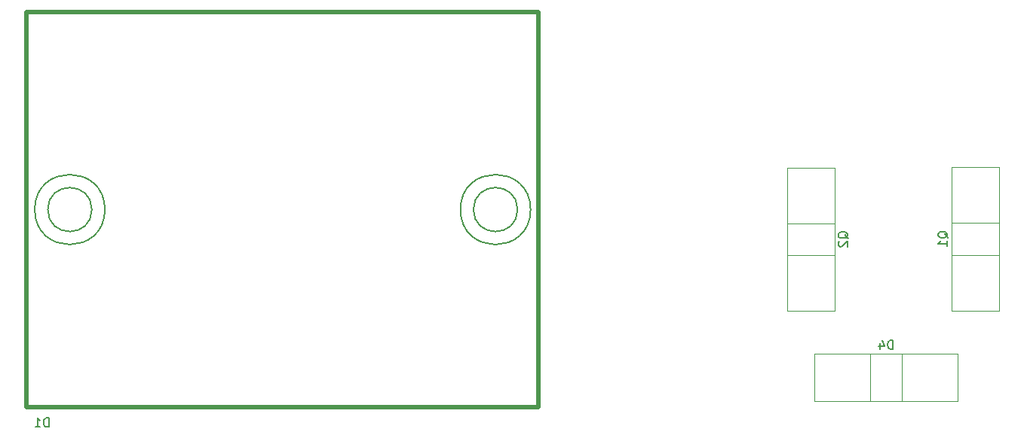
<source format=gbo>
G04 #@! TF.FileFunction,Legend,Bot*
%FSLAX46Y46*%
G04 Gerber Fmt 4.6, Leading zero omitted, Abs format (unit mm)*
G04 Created by KiCad (PCBNEW 4.0.7) date 06/29/18 00:02:58*
%MOMM*%
%LPD*%
G01*
G04 APERTURE LIST*
%ADD10C,0.100000*%
%ADD11C,0.120000*%
%ADD12C,0.150000*%
%ADD13C,0.500000*%
G04 APERTURE END LIST*
D10*
D11*
X243149000Y-107830000D02*
X243149000Y-123970000D01*
X248420000Y-107830000D02*
X248420000Y-123970000D01*
X243149000Y-107830000D02*
X248420000Y-107830000D01*
X243149000Y-123970000D02*
X248420000Y-123970000D01*
X243149000Y-114096000D02*
X248420000Y-114096000D01*
X243149000Y-117705000D02*
X248420000Y-117705000D01*
X229951000Y-124020000D02*
X229951000Y-107880000D01*
X224680000Y-124020000D02*
X224680000Y-107880000D01*
X229951000Y-124020000D02*
X224680000Y-124020000D01*
X229951000Y-107880000D02*
X224680000Y-107880000D01*
X229951000Y-117754000D02*
X224680000Y-117754000D01*
X229951000Y-114145000D02*
X224680000Y-114145000D01*
D12*
X148040812Y-112600000D02*
G75*
G03X148040812Y-112600000I-3940812J0D01*
G01*
X146575884Y-112600000D02*
G75*
G03X146575884Y-112600000I-2475884J0D01*
G01*
D13*
X196750000Y-134800000D02*
X139250000Y-134800000D01*
X196750000Y-134800000D02*
X196750000Y-90400000D01*
X139250000Y-134800000D02*
X139250000Y-90400000D01*
X196750000Y-90400000D02*
X139250000Y-90400000D01*
D12*
X194375884Y-112600000D02*
G75*
G03X194375884Y-112600000I-2475884J0D01*
G01*
X195840812Y-112600000D02*
G75*
G03X195840812Y-112600000I-3940812J0D01*
G01*
D11*
X243820000Y-128849000D02*
X227680000Y-128849000D01*
X243820000Y-134120000D02*
X227680000Y-134120000D01*
X243820000Y-128849000D02*
X243820000Y-134120000D01*
X227680000Y-128849000D02*
X227680000Y-134120000D01*
X237554000Y-128849000D02*
X237554000Y-134120000D01*
X233945000Y-128849000D02*
X233945000Y-134120000D01*
D12*
X242697619Y-115804762D02*
X242650000Y-115709524D01*
X242554762Y-115614286D01*
X242411905Y-115471429D01*
X242364286Y-115376190D01*
X242364286Y-115280952D01*
X242602381Y-115328571D02*
X242554762Y-115233333D01*
X242459524Y-115138095D01*
X242269048Y-115090476D01*
X241935714Y-115090476D01*
X241745238Y-115138095D01*
X241650000Y-115233333D01*
X241602381Y-115328571D01*
X241602381Y-115519048D01*
X241650000Y-115614286D01*
X241745238Y-115709524D01*
X241935714Y-115757143D01*
X242269048Y-115757143D01*
X242459524Y-115709524D01*
X242554762Y-115614286D01*
X242602381Y-115519048D01*
X242602381Y-115328571D01*
X242602381Y-116709524D02*
X242602381Y-116138095D01*
X242602381Y-116423809D02*
X241602381Y-116423809D01*
X241745238Y-116328571D01*
X241840476Y-116233333D01*
X241888095Y-116138095D01*
X231497619Y-115854762D02*
X231450000Y-115759524D01*
X231354762Y-115664286D01*
X231211905Y-115521429D01*
X231164286Y-115426190D01*
X231164286Y-115330952D01*
X231402381Y-115378571D02*
X231354762Y-115283333D01*
X231259524Y-115188095D01*
X231069048Y-115140476D01*
X230735714Y-115140476D01*
X230545238Y-115188095D01*
X230450000Y-115283333D01*
X230402381Y-115378571D01*
X230402381Y-115569048D01*
X230450000Y-115664286D01*
X230545238Y-115759524D01*
X230735714Y-115807143D01*
X231069048Y-115807143D01*
X231259524Y-115759524D01*
X231354762Y-115664286D01*
X231402381Y-115569048D01*
X231402381Y-115378571D01*
X230497619Y-116188095D02*
X230450000Y-116235714D01*
X230402381Y-116330952D01*
X230402381Y-116569048D01*
X230450000Y-116664286D01*
X230497619Y-116711905D01*
X230592857Y-116759524D01*
X230688095Y-116759524D01*
X230830952Y-116711905D01*
X231402381Y-116140476D01*
X231402381Y-116759524D01*
X141738095Y-137052381D02*
X141738095Y-136052381D01*
X141500000Y-136052381D01*
X141357142Y-136100000D01*
X141261904Y-136195238D01*
X141214285Y-136290476D01*
X141166666Y-136480952D01*
X141166666Y-136623810D01*
X141214285Y-136814286D01*
X141261904Y-136909524D01*
X141357142Y-137004762D01*
X141500000Y-137052381D01*
X141738095Y-137052381D01*
X140214285Y-137052381D02*
X140785714Y-137052381D01*
X140500000Y-137052381D02*
X140500000Y-136052381D01*
X140595238Y-136195238D01*
X140690476Y-136290476D01*
X140785714Y-136338095D01*
X236488095Y-128302381D02*
X236488095Y-127302381D01*
X236250000Y-127302381D01*
X236107142Y-127350000D01*
X236011904Y-127445238D01*
X235964285Y-127540476D01*
X235916666Y-127730952D01*
X235916666Y-127873810D01*
X235964285Y-128064286D01*
X236011904Y-128159524D01*
X236107142Y-128254762D01*
X236250000Y-128302381D01*
X236488095Y-128302381D01*
X235059523Y-127635714D02*
X235059523Y-128302381D01*
X235297619Y-127254762D02*
X235535714Y-127969048D01*
X234916666Y-127969048D01*
M02*

</source>
